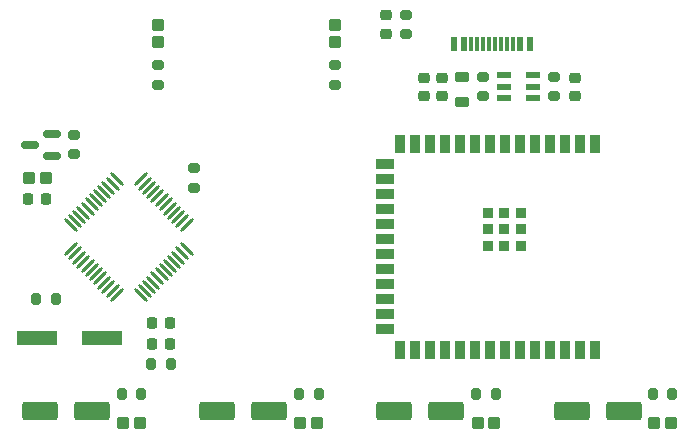
<source format=gtp>
G04 #@! TF.GenerationSoftware,KiCad,Pcbnew,7.0.2*
G04 #@! TF.CreationDate,2023-11-20T14:45:42+01:00*
G04 #@! TF.ProjectId,dsp_board,6473705f-626f-4617-9264-2e6b69636164,rev?*
G04 #@! TF.SameCoordinates,Original*
G04 #@! TF.FileFunction,Paste,Top*
G04 #@! TF.FilePolarity,Positive*
%FSLAX46Y46*%
G04 Gerber Fmt 4.6, Leading zero omitted, Abs format (unit mm)*
G04 Created by KiCad (PCBNEW 7.0.2) date 2023-11-20 14:45:42*
%MOMM*%
%LPD*%
G01*
G04 APERTURE LIST*
G04 Aperture macros list*
%AMRoundRect*
0 Rectangle with rounded corners*
0 $1 Rounding radius*
0 $2 $3 $4 $5 $6 $7 $8 $9 X,Y pos of 4 corners*
0 Add a 4 corners polygon primitive as box body*
4,1,4,$2,$3,$4,$5,$6,$7,$8,$9,$2,$3,0*
0 Add four circle primitives for the rounded corners*
1,1,$1+$1,$2,$3*
1,1,$1+$1,$4,$5*
1,1,$1+$1,$6,$7*
1,1,$1+$1,$8,$9*
0 Add four rect primitives between the rounded corners*
20,1,$1+$1,$2,$3,$4,$5,0*
20,1,$1+$1,$4,$5,$6,$7,0*
20,1,$1+$1,$6,$7,$8,$9,0*
20,1,$1+$1,$8,$9,$2,$3,0*%
%AMHorizOval*
0 Thick line with rounded ends*
0 $1 width*
0 $2 $3 position (X,Y) of the first rounded end (center of the circle)*
0 $4 $5 position (X,Y) of the second rounded end (center of the circle)*
0 Add line between two ends*
20,1,$1,$2,$3,$4,$5,0*
0 Add two circle primitives to create the rounded ends*
1,1,$1,$2,$3*
1,1,$1,$4,$5*%
G04 Aperture macros list end*
%ADD10RoundRect,0.218750X-0.381250X0.218750X-0.381250X-0.218750X0.381250X-0.218750X0.381250X0.218750X0*%
%ADD11RoundRect,0.200000X-0.200000X-0.275000X0.200000X-0.275000X0.200000X0.275000X-0.200000X0.275000X0*%
%ADD12RoundRect,0.225000X0.225000X0.250000X-0.225000X0.250000X-0.225000X-0.250000X0.225000X-0.250000X0*%
%ADD13R,3.500000X1.200000*%
%ADD14RoundRect,0.250000X0.275000X-0.287500X0.275000X0.287500X-0.275000X0.287500X-0.275000X-0.287500X0*%
%ADD15RoundRect,0.200000X0.275000X-0.200000X0.275000X0.200000X-0.275000X0.200000X-0.275000X-0.200000X0*%
%ADD16RoundRect,0.200000X-0.275000X0.200000X-0.275000X-0.200000X0.275000X-0.200000X0.275000X0.200000X0*%
%ADD17RoundRect,0.250000X-1.250000X-0.550000X1.250000X-0.550000X1.250000X0.550000X-1.250000X0.550000X0*%
%ADD18RoundRect,0.250000X0.287500X0.275000X-0.287500X0.275000X-0.287500X-0.275000X0.287500X-0.275000X0*%
%ADD19RoundRect,0.225000X-0.250000X0.225000X-0.250000X-0.225000X0.250000X-0.225000X0.250000X0.225000X0*%
%ADD20RoundRect,0.225000X0.250000X-0.225000X0.250000X0.225000X-0.250000X0.225000X-0.250000X-0.225000X0*%
%ADD21RoundRect,0.040600X0.564400X0.249400X-0.564400X0.249400X-0.564400X-0.249400X0.564400X-0.249400X0*%
%ADD22R,0.900000X1.500000*%
%ADD23R,1.500000X0.900000*%
%ADD24R,0.900000X0.900000*%
%ADD25RoundRect,0.200000X0.200000X0.275000X-0.200000X0.275000X-0.200000X-0.275000X0.200000X-0.275000X0*%
%ADD26RoundRect,0.250000X-0.287500X-0.275000X0.287500X-0.275000X0.287500X0.275000X-0.287500X0.275000X0*%
%ADD27HorizOval,0.280000X-0.452548X-0.452548X0.452548X0.452548X0*%
%ADD28HorizOval,0.280000X-0.452548X0.452548X0.452548X-0.452548X0*%
%ADD29R,0.600000X1.250000*%
%ADD30R,0.300000X1.250000*%
%ADD31RoundRect,0.150000X0.587500X0.150000X-0.587500X0.150000X-0.587500X-0.150000X0.587500X-0.150000X0*%
%ADD32RoundRect,0.218750X0.256250X-0.218750X0.256250X0.218750X-0.256250X0.218750X-0.256250X-0.218750X0*%
G04 APERTURE END LIST*
D10*
X72250000Y-98437500D03*
X72250000Y-100562500D03*
D11*
X36175000Y-117250000D03*
X37825000Y-117250000D03*
D12*
X47525000Y-121000000D03*
X45975000Y-121000000D03*
D13*
X36250000Y-120500000D03*
X41750000Y-120500000D03*
D14*
X46500000Y-95462500D03*
X46500000Y-94037500D03*
D15*
X49500000Y-107825000D03*
X49500000Y-106175000D03*
D16*
X80000000Y-98425000D03*
X80000000Y-100075000D03*
D15*
X61500000Y-99075000D03*
X61500000Y-97425000D03*
D12*
X47525000Y-119250000D03*
X45975000Y-119250000D03*
D17*
X36500000Y-126750000D03*
X40900000Y-126750000D03*
D18*
X74962500Y-127750000D03*
X73537500Y-127750000D03*
D16*
X74000000Y-98425000D03*
X74000000Y-100075000D03*
D15*
X67500000Y-94825000D03*
X67500000Y-93175000D03*
D18*
X89887500Y-127750000D03*
X88462500Y-127750000D03*
D15*
X46500000Y-99075000D03*
X46500000Y-97425000D03*
D19*
X81750000Y-98475000D03*
X81750000Y-100025000D03*
D20*
X69000000Y-100025000D03*
X69000000Y-98475000D03*
D18*
X44962500Y-127750000D03*
X43537500Y-127750000D03*
X59962500Y-127750000D03*
X58537500Y-127750000D03*
D17*
X81500000Y-126750000D03*
X85900000Y-126750000D03*
D12*
X37025000Y-108750000D03*
X35475000Y-108750000D03*
D17*
X66500000Y-126750000D03*
X70900000Y-126750000D03*
D11*
X45900000Y-122750000D03*
X47550000Y-122750000D03*
D21*
X78255000Y-100200000D03*
X78255000Y-99250000D03*
X78255000Y-98300000D03*
X75745000Y-98300000D03*
X75745000Y-99250000D03*
X75745000Y-100200000D03*
D22*
X83500000Y-104069500D03*
X82230000Y-104069500D03*
X80960000Y-104069500D03*
X79690000Y-104069500D03*
X78420000Y-104069500D03*
X77150000Y-104069500D03*
X75880000Y-104069500D03*
X74610000Y-104069500D03*
X73340000Y-104069500D03*
X72070000Y-104069500D03*
X70800000Y-104069500D03*
X69530000Y-104069500D03*
X68260000Y-104069500D03*
X66990000Y-104069500D03*
D23*
X65740000Y-105834500D03*
X65740000Y-107104500D03*
X65740000Y-108374500D03*
X65740000Y-109644500D03*
X65740000Y-110914500D03*
X65740000Y-112184500D03*
X65740000Y-113454500D03*
X65740000Y-114724500D03*
X65740000Y-115994500D03*
X65740000Y-117264500D03*
X65740000Y-118534500D03*
X65740000Y-119804500D03*
D22*
X66990000Y-121569500D03*
X68260000Y-121569500D03*
X69530000Y-121569500D03*
X70800000Y-121569500D03*
X72070000Y-121569500D03*
X73340000Y-121569500D03*
X74610000Y-121569500D03*
X75880000Y-121569500D03*
X77150000Y-121569500D03*
X78420000Y-121569500D03*
X79690000Y-121569500D03*
X80960000Y-121569500D03*
X82230000Y-121569500D03*
X83500000Y-121569500D03*
D24*
X75780000Y-111319500D03*
X75780000Y-109919500D03*
X75780000Y-112719500D03*
X74380000Y-109919500D03*
X74380000Y-111319500D03*
X74380000Y-112719500D03*
X77180000Y-109919500D03*
X77180000Y-111319500D03*
X77180000Y-112719500D03*
D25*
X90000000Y-125250000D03*
X88350000Y-125250000D03*
D26*
X35537500Y-107000000D03*
X36962500Y-107000000D03*
D25*
X45075000Y-125250000D03*
X43425000Y-125250000D03*
D17*
X51500000Y-126750000D03*
X55900000Y-126750000D03*
D27*
X48900250Y-110988837D03*
X48546697Y-110635284D03*
X48193143Y-110281731D03*
X47839590Y-109928177D03*
X47486036Y-109574624D03*
X47132483Y-109221070D03*
X46778930Y-108867517D03*
X46425376Y-108513964D03*
X46071823Y-108160410D03*
X45718269Y-107806857D03*
X45364716Y-107453303D03*
X45011163Y-107099750D03*
D28*
X42988837Y-107099750D03*
X42635284Y-107453303D03*
X42281731Y-107806857D03*
X41928177Y-108160410D03*
X41574624Y-108513964D03*
X41221070Y-108867517D03*
X40867517Y-109221070D03*
X40513964Y-109574624D03*
X40160410Y-109928177D03*
X39806857Y-110281731D03*
X39453303Y-110635284D03*
X39099750Y-110988837D03*
D27*
X39099750Y-113011163D03*
X39453303Y-113364716D03*
X39806857Y-113718269D03*
X40160410Y-114071823D03*
X40513964Y-114425376D03*
X40867517Y-114778930D03*
X41221070Y-115132483D03*
X41574624Y-115486036D03*
X41928177Y-115839590D03*
X42281731Y-116193143D03*
X42635284Y-116546697D03*
X42988837Y-116900250D03*
D28*
X45011163Y-116900250D03*
X45364716Y-116546697D03*
X45718269Y-116193143D03*
X46071823Y-115839590D03*
X46425376Y-115486036D03*
X46778930Y-115132483D03*
X47132483Y-114778930D03*
X47486036Y-114425376D03*
X47839590Y-114071823D03*
X48193143Y-113718269D03*
X48546697Y-113364716D03*
X48900250Y-113011163D03*
D25*
X75075000Y-125250000D03*
X73425000Y-125250000D03*
D14*
X61500000Y-95462500D03*
X61500000Y-94037500D03*
D29*
X77950000Y-95675000D03*
X77150000Y-95675000D03*
D30*
X76000000Y-95675000D03*
X75000000Y-95675000D03*
X74500000Y-95675000D03*
X73500000Y-95675000D03*
D29*
X71550000Y-95675000D03*
X72350000Y-95675000D03*
D30*
X73000000Y-95675000D03*
X74000000Y-95675000D03*
X75500000Y-95675000D03*
X76500000Y-95675000D03*
D20*
X70500000Y-100025000D03*
X70500000Y-98475000D03*
D25*
X60075000Y-125250000D03*
X58425000Y-125250000D03*
D16*
X39375000Y-103300000D03*
X39375000Y-104950000D03*
D31*
X37500000Y-105150000D03*
X37500000Y-103250000D03*
X35625000Y-104200000D03*
D32*
X65750000Y-94787500D03*
X65750000Y-93212500D03*
M02*

</source>
